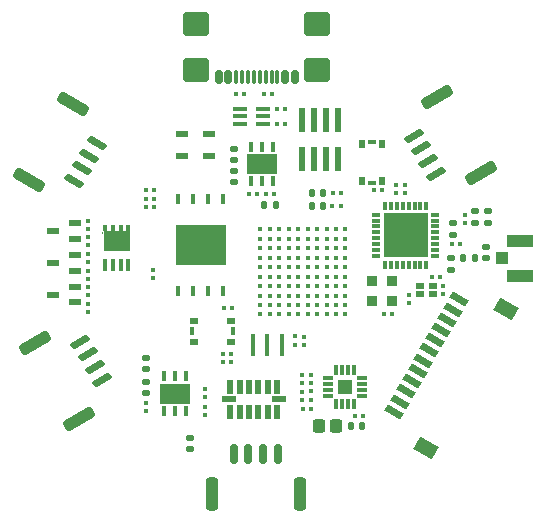
<source format=gbr>
%TF.GenerationSoftware,KiCad,Pcbnew,9.0.3*%
%TF.CreationDate,2025-09-26T09:37:04+02:00*%
%TF.ProjectId,PCB_PAPI,5043425f-5041-4504-992e-6b696361645f,rev?*%
%TF.SameCoordinates,Original*%
%TF.FileFunction,Paste,Top*%
%TF.FilePolarity,Positive*%
%FSLAX46Y46*%
G04 Gerber Fmt 4.6, Leading zero omitted, Abs format (unit mm)*
G04 Created by KiCad (PCBNEW 9.0.3) date 2025-09-26 09:37:04*
%MOMM*%
%LPD*%
G01*
G04 APERTURE LIST*
G04 Aperture macros list*
%AMRoundRect*
0 Rectangle with rounded corners*
0 $1 Rounding radius*
0 $2 $3 $4 $5 $6 $7 $8 $9 X,Y pos of 4 corners*
0 Add a 4 corners polygon primitive as box body*
4,1,4,$2,$3,$4,$5,$6,$7,$8,$9,$2,$3,0*
0 Add four circle primitives for the rounded corners*
1,1,$1+$1,$2,$3*
1,1,$1+$1,$4,$5*
1,1,$1+$1,$6,$7*
1,1,$1+$1,$8,$9*
0 Add four rect primitives between the rounded corners*
20,1,$1+$1,$2,$3,$4,$5,0*
20,1,$1+$1,$4,$5,$6,$7,0*
20,1,$1+$1,$6,$7,$8,$9,0*
20,1,$1+$1,$8,$9,$2,$3,0*%
%AMRotRect*
0 Rectangle, with rotation*
0 The origin of the aperture is its center*
0 $1 length*
0 $2 width*
0 $3 Rotation angle, in degrees counterclockwise*
0 Add horizontal line*
21,1,$1,$2,0,0,$3*%
G04 Aperture macros list end*
%ADD10RoundRect,0.079500X-0.100500X0.079500X-0.100500X-0.079500X0.100500X-0.079500X0.100500X0.079500X0*%
%ADD11R,0.650000X0.600000*%
%ADD12R,0.350000X0.700000*%
%ADD13RoundRect,0.147500X0.147500X0.172500X-0.147500X0.172500X-0.147500X-0.172500X0.147500X-0.172500X0*%
%ADD14RoundRect,0.140000X0.140000X0.170000X-0.140000X0.170000X-0.140000X-0.170000X0.140000X-0.170000X0*%
%ADD15RoundRect,0.079500X0.100500X-0.079500X0.100500X0.079500X-0.100500X0.079500X-0.100500X-0.079500X0*%
%ADD16RoundRect,0.150000X0.531218X-0.479904X0.681218X-0.220096X-0.531218X0.479904X-0.681218X0.220096X0*%
%ADD17RoundRect,0.250000X0.870929X-0.791506X1.120929X-0.358494X-0.870929X0.791506X-1.120929X0.358494X0*%
%ADD18RoundRect,0.150000X0.150000X0.425000X-0.150000X0.425000X-0.150000X-0.425000X0.150000X-0.425000X0*%
%ADD19RoundRect,0.075000X0.075000X0.500000X-0.075000X0.500000X-0.075000X-0.500000X0.075000X-0.500000X0*%
%ADD20RoundRect,0.250000X0.840000X0.750000X-0.840000X0.750000X-0.840000X-0.750000X0.840000X-0.750000X0*%
%ADD21RoundRect,0.140000X0.170000X-0.140000X0.170000X0.140000X-0.170000X0.140000X-0.170000X-0.140000X0*%
%ADD22RoundRect,0.079500X0.079500X0.100500X-0.079500X0.100500X-0.079500X-0.100500X0.079500X-0.100500X0*%
%ADD23R,2.200000X1.050000*%
%ADD24R,1.050000X1.000000*%
%ADD25RoundRect,0.079500X-0.079500X-0.100500X0.079500X-0.100500X0.079500X0.100500X-0.079500X0.100500X0*%
%ADD26RoundRect,0.150000X0.150000X0.700000X-0.150000X0.700000X-0.150000X-0.700000X0.150000X-0.700000X0*%
%ADD27RoundRect,0.250000X0.250000X1.150000X-0.250000X1.150000X-0.250000X-1.150000X0.250000X-1.150000X0*%
%ADD28RoundRect,0.147500X-0.147500X-0.172500X0.147500X-0.172500X0.147500X0.172500X-0.147500X0.172500X0*%
%ADD29R,0.405000X0.990000*%
%ADD30R,0.405000X0.510000*%
%ADD31R,2.235000X1.725000*%
%ADD32R,0.077000X0.250000*%
%ADD33RoundRect,0.150000X-0.681218X-0.220096X-0.531218X-0.479904X0.681218X0.220096X0.531218X0.479904X0*%
%ADD34RoundRect,0.250000X-1.120929X-0.358494X-0.870929X-0.791506X1.120929X0.358494X0.870929X0.791506X0*%
%ADD35C,0.400002*%
%ADD36R,1.000000X0.550000*%
%ADD37R,0.750000X0.550000*%
%ADD38R,0.500000X2.000000*%
%ADD39R,1.085000X0.550000*%
%ADD40RoundRect,0.147500X-0.172500X0.147500X-0.172500X-0.147500X0.172500X-0.147500X0.172500X0.147500X0*%
%ADD41RoundRect,0.250000X-0.295000X-0.315000X0.295000X-0.315000X0.295000X0.315000X-0.295000X0.315000X0*%
%ADD42R,0.550000X1.145000*%
%ADD43R,1.145000X0.550000*%
%ADD44R,0.850000X0.300000*%
%ADD45R,0.300000X0.850000*%
%ADD46R,1.250000X1.250000*%
%ADD47R,2.500000X1.700000*%
%ADD48R,0.400000X1.900000*%
%ADD49RoundRect,0.140000X-0.170000X0.140000X-0.170000X-0.140000X0.170000X-0.140000X0.170000X0.140000X0*%
%ADD50RotRect,0.600000X1.550000X60.000000*%
%ADD51RotRect,1.200000X1.800000X60.000000*%
%ADD52R,0.600000X0.650000*%
%ADD53R,0.700000X0.350000*%
%ADD54R,0.800000X0.300000*%
%ADD55R,0.300000X0.800000*%
%ADD56R,3.750000X3.750000*%
%ADD57R,1.200000X0.400000*%
%ADD58R,0.900000X0.900000*%
%ADD59RoundRect,0.150000X0.681218X0.220096X0.531218X0.479904X-0.681218X-0.220096X-0.531218X-0.479904X0*%
%ADD60RoundRect,0.250000X1.120929X0.358494X0.870929X0.791506X-1.120929X-0.358494X-0.870929X-0.791506X0*%
%ADD61R,0.450000X0.950000*%
%ADD62R,4.350000X3.450000*%
G04 APERTURE END LIST*
D10*
%TO.C,R40*%
X114730000Y-79760000D03*
X114730000Y-80450000D03*
%TD*%
D11*
%TO.C,S1*%
X123668705Y-88287982D03*
X126818705Y-88287982D03*
X123668705Y-89987982D03*
X126818705Y-89987982D03*
D12*
X123518705Y-89137982D03*
X126968705Y-89137982D03*
%TD*%
D13*
%TO.C,LEDRED1*%
X130591205Y-78467982D03*
X129621205Y-78467982D03*
%TD*%
D10*
%TO.C,R19*%
X140753705Y-76702982D03*
X140753705Y-77392982D03*
%TD*%
D14*
%TO.C,C45*%
X137943705Y-97137982D03*
X136983705Y-97137982D03*
%TD*%
D15*
%TO.C,R44*%
X114730000Y-84680000D03*
X114730000Y-83990000D03*
%TD*%
%TO.C,C28*%
X146603705Y-79992982D03*
X146603705Y-79302982D03*
%TD*%
D10*
%TO.C,R39*%
X114730000Y-85400000D03*
X114730000Y-86090000D03*
%TD*%
D16*
%TO.C,TOF3*%
X113556269Y-76415081D03*
X114181269Y-75332549D03*
X114806269Y-74250017D03*
X115431269Y-73167485D03*
D17*
X109730083Y-76342228D03*
X113455083Y-69890338D03*
%TD*%
D18*
%TO.C,J1*%
X132200000Y-67580000D03*
X131400000Y-67580000D03*
D19*
X130250000Y-67580000D03*
X129250000Y-67580000D03*
X128750000Y-67580000D03*
X127750000Y-67580000D03*
D18*
X126600000Y-67580000D03*
X125800000Y-67580000D03*
X125800000Y-67580000D03*
X126600000Y-67580000D03*
D19*
X127250000Y-67580000D03*
X128250000Y-67580000D03*
X129750000Y-67580000D03*
X130750000Y-67580000D03*
D18*
X131400000Y-67580000D03*
X132200000Y-67580000D03*
D20*
X134110000Y-67005000D03*
X134110000Y-63075000D03*
X123890000Y-67005000D03*
X123890000Y-63075000D03*
%TD*%
D21*
%TO.C,C25*%
X148553705Y-79927982D03*
X148553705Y-78967982D03*
%TD*%
D22*
%TO.C,R2*%
X120283705Y-77897982D03*
X119593705Y-77897982D03*
%TD*%
D10*
%TO.C,C40*%
X141913705Y-86007982D03*
X141913705Y-86697982D03*
%TD*%
D15*
%TO.C,C38*%
X144773705Y-85955000D03*
X144773705Y-85265000D03*
%TD*%
D21*
%TO.C,C22*%
X119650000Y-92310000D03*
X119650000Y-91350000D03*
%TD*%
D15*
%TO.C,R33*%
X120193705Y-84652982D03*
X120193705Y-83962982D03*
%TD*%
D23*
%TO.C,J2*%
X151303705Y-81472982D03*
X151303705Y-84422982D03*
D24*
X149778705Y-82947982D03*
%TD*%
D22*
%TO.C,C44*%
X138013705Y-96327982D03*
X137323705Y-96327982D03*
%TD*%
D25*
%TO.C,R29*%
X128355000Y-77517982D03*
X129045000Y-77517982D03*
%TD*%
D26*
%TO.C,TOF2*%
X130778705Y-99547982D03*
X129528705Y-99547982D03*
X128278705Y-99547982D03*
X127028705Y-99547982D03*
D27*
X132628705Y-102897982D03*
X125178705Y-102897982D03*
%TD*%
D28*
%TO.C,LEDBLUE1*%
X133640000Y-77407982D03*
X134610000Y-77407982D03*
%TD*%
D29*
%TO.C,Q3*%
X116153705Y-83497982D03*
X116813705Y-83497982D03*
X117473705Y-83497982D03*
X118133705Y-83497982D03*
D30*
X118133705Y-80387982D03*
X117473705Y-80387982D03*
X116813705Y-80387982D03*
X116153705Y-80387982D03*
D31*
X117143705Y-81505982D03*
D32*
X118299705Y-80767982D03*
X115987705Y-80767982D03*
%TD*%
D10*
%TO.C,R43*%
X114730000Y-81160000D03*
X114730000Y-81850000D03*
%TD*%
D25*
%TO.C,R10*%
X130718705Y-71587982D03*
X131408705Y-71587982D03*
%TD*%
D21*
%TO.C,C29*%
X148403705Y-82947982D03*
X148403705Y-81987982D03*
%TD*%
D22*
%TO.C,R4*%
X136105000Y-77430000D03*
X135415000Y-77430000D03*
%TD*%
D33*
%TO.C,TOF1*%
X142277455Y-72549184D03*
X142902455Y-73631716D03*
X143527455Y-74714248D03*
X144152455Y-75796780D03*
D34*
X144253641Y-69272037D03*
X147978641Y-75723927D03*
%TD*%
D35*
%TO.C,U1*%
X129303705Y-87697982D03*
X129303705Y-86897982D03*
X129303705Y-86097982D03*
X129303705Y-85297982D03*
X129303705Y-84497982D03*
X129303705Y-83697982D03*
X129303705Y-82897982D03*
X129303705Y-82097982D03*
X129303705Y-81297982D03*
X129303705Y-80497982D03*
X130103705Y-87697982D03*
X130103705Y-86897982D03*
X130103705Y-86097982D03*
X130103705Y-85297982D03*
X130103705Y-84497982D03*
X130103705Y-83697982D03*
X130103705Y-82897982D03*
X130103705Y-82097982D03*
X130103705Y-81297982D03*
X130103705Y-80497982D03*
X130903705Y-87697982D03*
X130903705Y-86897982D03*
X130903705Y-86097982D03*
X130903705Y-85297982D03*
X130903705Y-84497982D03*
X130903705Y-83697982D03*
X130903705Y-82897982D03*
X130903705Y-82097982D03*
X130903705Y-81297982D03*
X130903705Y-80497982D03*
X131703705Y-87697982D03*
X131703705Y-86897982D03*
X131703705Y-86097982D03*
X131703705Y-85297982D03*
X131703705Y-84497982D03*
X131703705Y-83697982D03*
X131703705Y-82897982D03*
X131703705Y-82097982D03*
X131703705Y-81297982D03*
X131703705Y-80497982D03*
X132503705Y-87697982D03*
X132503705Y-86897982D03*
X132503705Y-86097982D03*
X132503705Y-85297982D03*
X132503705Y-84497982D03*
X132503705Y-83697982D03*
X132503705Y-82897982D03*
X132503705Y-82097982D03*
X132503705Y-81297982D03*
X132503705Y-80497982D03*
X133303705Y-87697982D03*
X133303705Y-86897982D03*
X133303705Y-86097982D03*
X133303705Y-85297982D03*
X133303705Y-84497982D03*
X133303705Y-83697982D03*
X133303705Y-82897982D03*
X133303705Y-82097982D03*
X133303705Y-81297982D03*
X133303705Y-80497982D03*
X134103705Y-87697982D03*
X134103705Y-86897982D03*
X134103705Y-86097982D03*
X134103705Y-85297982D03*
X134103705Y-84497982D03*
X134103705Y-83697982D03*
X134103705Y-82897982D03*
X134103705Y-82097982D03*
X134103705Y-81297982D03*
X134103705Y-80497982D03*
X134903705Y-87697982D03*
X134903705Y-86897982D03*
X134903705Y-86097982D03*
X134903705Y-85297982D03*
X134903705Y-84497982D03*
X134903705Y-83697982D03*
X134903705Y-82897982D03*
X134903705Y-82097982D03*
X134903705Y-81297982D03*
X134903705Y-80497982D03*
X135703705Y-87697982D03*
X135703705Y-86897982D03*
X135703705Y-86097982D03*
X135703705Y-85297982D03*
X135703705Y-84497982D03*
X135703705Y-83697982D03*
X135703705Y-82897982D03*
X135703705Y-82097982D03*
X135703705Y-81297982D03*
X135703705Y-80497982D03*
X136503705Y-87697982D03*
X136503705Y-86897982D03*
X136503705Y-86097982D03*
X136503705Y-85297982D03*
X136503705Y-84497982D03*
X136503705Y-83697982D03*
X136503705Y-82897982D03*
X136503705Y-82097982D03*
X136503705Y-81297982D03*
X136503705Y-80497982D03*
%TD*%
D36*
%TO.C,Q5*%
X113610000Y-83980000D03*
X113610000Y-82680000D03*
X111710000Y-83330000D03*
%TD*%
D22*
%TO.C,R3*%
X136095000Y-78527982D03*
X135405000Y-78527982D03*
%TD*%
%TO.C,C1*%
X120293705Y-77167982D03*
X119603705Y-77167982D03*
%TD*%
D10*
%TO.C,R42*%
X114730000Y-86815000D03*
X114730000Y-87505000D03*
%TD*%
D22*
%TO.C,C39*%
X140445000Y-87647982D03*
X139755000Y-87647982D03*
%TD*%
D37*
%TO.C,Y2*%
X143913705Y-85252982D03*
X142813705Y-85252982D03*
X142813705Y-86002982D03*
X143913705Y-86002982D03*
%TD*%
D38*
%TO.C,USBJUMP1*%
X132853705Y-74497982D03*
X132853705Y-71197982D03*
X133853705Y-74497982D03*
X133853705Y-71197982D03*
X134853705Y-74497982D03*
X134853705Y-71197982D03*
X135853705Y-74497982D03*
X135853705Y-71197982D03*
%TD*%
D10*
%TO.C,R31*%
X133583705Y-92782982D03*
X133583705Y-93472982D03*
%TD*%
D39*
%TO.C,D3*%
X124983705Y-72397982D03*
X122703705Y-72397982D03*
%TD*%
%TO.C,D2*%
X124943705Y-74297982D03*
X122663705Y-74297982D03*
%TD*%
D40*
%TO.C,LEDRED2*%
X119640000Y-93375000D03*
X119640000Y-94345000D03*
%TD*%
D41*
%TO.C,C43*%
X134273705Y-97100000D03*
X135703705Y-97100000D03*
%TD*%
D22*
%TO.C,C42*%
X133568705Y-95687982D03*
X132878705Y-95687982D03*
%TD*%
D42*
%TO.C,IC5*%
X126743705Y-95993982D03*
X127543705Y-95993982D03*
X128343705Y-95993982D03*
X129143705Y-95993982D03*
X129943705Y-95993982D03*
X130743705Y-95993982D03*
D43*
X130841705Y-94895982D03*
D42*
X130743705Y-93797982D03*
X129943705Y-93797982D03*
X129143705Y-93797982D03*
X128343705Y-93797982D03*
X127543705Y-93797982D03*
X126743705Y-93797982D03*
D43*
X126645705Y-94895982D03*
%TD*%
D44*
%TO.C,IC6*%
X135003705Y-93097982D03*
X135003705Y-93597982D03*
X135003705Y-94097982D03*
X135003705Y-94597982D03*
D45*
X135703705Y-95297982D03*
X136203705Y-95297982D03*
X136703705Y-95297982D03*
X137203705Y-95297982D03*
D44*
X137903705Y-94597982D03*
X137903705Y-94097982D03*
X137903705Y-93597982D03*
X137903705Y-93097982D03*
D45*
X137203705Y-92397982D03*
X136703705Y-92397982D03*
X136203705Y-92397982D03*
X135703705Y-92397982D03*
D46*
X136453705Y-93847982D03*
%TD*%
D25*
%TO.C,R9*%
X130718705Y-70287982D03*
X131408705Y-70287982D03*
%TD*%
D45*
%TO.C,IC3*%
X123025000Y-92940000D03*
X122075000Y-92940000D03*
X121125000Y-92940000D03*
X121125000Y-95840000D03*
X122075000Y-95840000D03*
X123025000Y-95840000D03*
D47*
X122075000Y-94390000D03*
%TD*%
D25*
%TO.C,R17*%
X129758705Y-77517982D03*
X130448705Y-77517982D03*
%TD*%
D36*
%TO.C,Q4*%
X113610000Y-81270000D03*
X113610000Y-79970000D03*
X111710000Y-80620000D03*
%TD*%
D21*
%TO.C,C26*%
X147503705Y-79927982D03*
X147503705Y-78967982D03*
%TD*%
D40*
%TO.C,L2*%
X145600000Y-79965000D03*
X145600000Y-80935000D03*
%TD*%
D48*
%TO.C,Y1*%
X128703705Y-90297982D03*
X129903705Y-90297982D03*
X131103705Y-90297982D03*
%TD*%
D49*
%TO.C,C21*%
X127103705Y-73687982D03*
X127103705Y-74647982D03*
%TD*%
D10*
%TO.C,R30*%
X133573705Y-94212982D03*
X133573705Y-94902982D03*
%TD*%
D25*
%TO.C,R1*%
X119593705Y-78627982D03*
X120283705Y-78627982D03*
%TD*%
D50*
%TO.C,J5*%
X140607965Y-95942917D03*
X141107965Y-95076891D03*
X141607965Y-94210866D03*
X142107965Y-93344841D03*
X142607965Y-92478815D03*
X143107965Y-91612790D03*
X143607965Y-90746764D03*
X144107965Y-89880739D03*
X144607965Y-89014713D03*
X145107965Y-88148688D03*
X145607965Y-87282663D03*
X146107965Y-86416637D03*
D51*
X143313813Y-99006250D03*
X150113813Y-87228304D03*
%TD*%
D52*
%TO.C,S2*%
X137916205Y-76422982D03*
X137916205Y-73272982D03*
X139616205Y-76422982D03*
X139616205Y-73272982D03*
D53*
X138766205Y-76572982D03*
X138766205Y-73122982D03*
%TD*%
D54*
%TO.C,IC4*%
X144103705Y-82747982D03*
X144103705Y-82247982D03*
X144103705Y-81747982D03*
X144103705Y-81247982D03*
X144103705Y-80747982D03*
X144103705Y-80247982D03*
X144103705Y-79747982D03*
X144103705Y-79247982D03*
D55*
X143353705Y-78497982D03*
X142853705Y-78497982D03*
X142353705Y-78497982D03*
X141853705Y-78497982D03*
X141353705Y-78497982D03*
X140853705Y-78497982D03*
X140353705Y-78497982D03*
X139853705Y-78497982D03*
D54*
X139103705Y-79247982D03*
X139103705Y-79747982D03*
X139103705Y-80247982D03*
X139103705Y-80747982D03*
X139103705Y-81247982D03*
X139103705Y-81747982D03*
X139103705Y-82247982D03*
X139103705Y-82747982D03*
D55*
X139853705Y-83497982D03*
X140353705Y-83497982D03*
X140853705Y-83497982D03*
X141353705Y-83497982D03*
X141853705Y-83497982D03*
X142353705Y-83497982D03*
X142853705Y-83497982D03*
X143353705Y-83497982D03*
D56*
X141603705Y-80997982D03*
%TD*%
D57*
%TO.C,D1*%
X129510000Y-71580000D03*
X129510000Y-70930000D03*
X129510000Y-70280000D03*
X127610000Y-70280000D03*
X127610000Y-70930000D03*
X127610000Y-71580000D03*
%TD*%
D58*
%TO.C,LED1*%
X140453705Y-84897982D03*
X140453705Y-86597982D03*
X138753705Y-86597982D03*
X138753705Y-84897982D03*
%TD*%
D10*
%TO.C,R20*%
X141553705Y-76702982D03*
X141553705Y-77392982D03*
%TD*%
D59*
%TO.C,LIDAR1*%
X115929955Y-93246780D03*
X115304955Y-92164248D03*
X114679955Y-91081716D03*
X114054955Y-89999184D03*
D60*
X113953769Y-96523927D03*
X110228769Y-90072037D03*
%TD*%
D25*
%TO.C,C5*%
X126145000Y-91747982D03*
X126835000Y-91747982D03*
%TD*%
D61*
%TO.C,IC7*%
X126153705Y-77947982D03*
X124883705Y-77947982D03*
X123613705Y-77947982D03*
X122343705Y-77947982D03*
X122343705Y-85747982D03*
X123613705Y-85747982D03*
X124883705Y-85747982D03*
X126153705Y-85747982D03*
D62*
X124248705Y-81847982D03*
%TD*%
D15*
%TO.C,C9*%
X132963705Y-90255000D03*
X132963705Y-89565000D03*
%TD*%
D49*
%TO.C,C32*%
X145483705Y-82947982D03*
X145483705Y-83907982D03*
%TD*%
D22*
%TO.C,R6*%
X126845000Y-91047982D03*
X126155000Y-91047982D03*
%TD*%
D15*
%TO.C,R18*%
X119640000Y-95845000D03*
X119640000Y-95155000D03*
%TD*%
D45*
%TO.C,IC2*%
X130403705Y-73497982D03*
X129453705Y-73497982D03*
X128503705Y-73497982D03*
X128503705Y-76397982D03*
X129453705Y-76397982D03*
X130403705Y-76397982D03*
D47*
X129453705Y-74947982D03*
%TD*%
D28*
%TO.C,LEDGREEN1*%
X133640000Y-78520000D03*
X134610000Y-78520000D03*
%TD*%
D13*
%TO.C,L3*%
X147438705Y-82947982D03*
X146468705Y-82947982D03*
%TD*%
D25*
%TO.C,R8*%
X127198705Y-69020000D03*
X127888705Y-69020000D03*
%TD*%
D22*
%TO.C,R7*%
X130278705Y-69020000D03*
X129588705Y-69020000D03*
%TD*%
D10*
%TO.C,R41*%
X114720000Y-82570000D03*
X114720000Y-83260000D03*
%TD*%
D21*
%TO.C,C23*%
X127103705Y-76507982D03*
X127103705Y-75547982D03*
%TD*%
D15*
%TO.C,R5*%
X132203705Y-90245000D03*
X132203705Y-89555000D03*
%TD*%
%TO.C,C41*%
X124593705Y-96192982D03*
X124593705Y-95502982D03*
%TD*%
D21*
%TO.C,C24*%
X123310000Y-99100000D03*
X123310000Y-98140000D03*
%TD*%
D25*
%TO.C,C47*%
X126215000Y-87140000D03*
X126905000Y-87140000D03*
%TD*%
D15*
%TO.C,R32*%
X132863705Y-93472982D03*
X132863705Y-92782982D03*
%TD*%
D10*
%TO.C,R25*%
X124603705Y-94002982D03*
X124603705Y-94692982D03*
%TD*%
D25*
%TO.C,C30*%
X145555000Y-81750000D03*
X146245000Y-81750000D03*
%TD*%
D15*
%TO.C,R28*%
X132863705Y-94922982D03*
X132863705Y-94232982D03*
%TD*%
D36*
%TO.C,Q2*%
X113630000Y-86680000D03*
X113630000Y-85380000D03*
X111730000Y-86030000D03*
%TD*%
D25*
%TO.C,R22*%
X143838705Y-84547982D03*
X144528705Y-84547982D03*
%TD*%
D22*
%TO.C,C27*%
X139628705Y-77187982D03*
X138938705Y-77187982D03*
%TD*%
M02*

</source>
